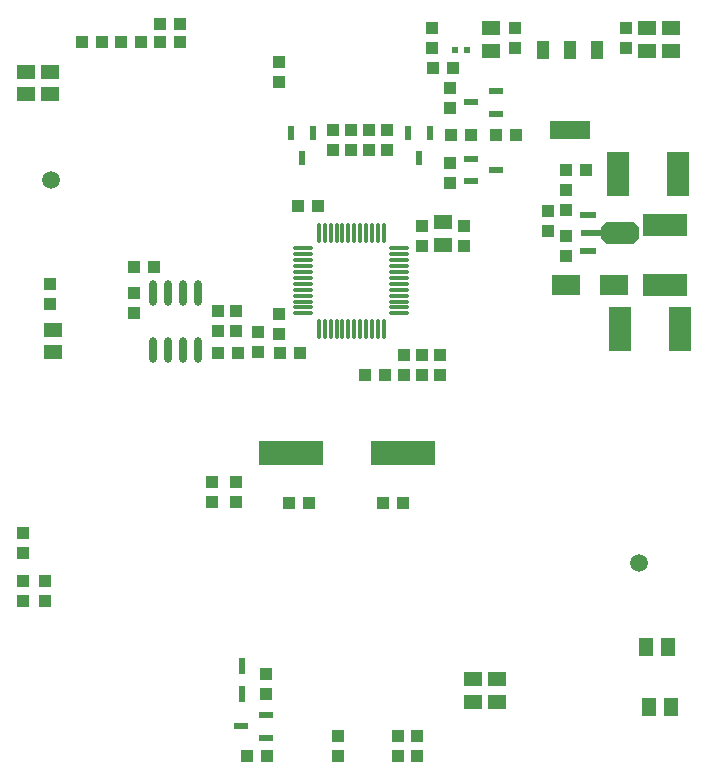
<source format=gtp>
%FSDAX24Y24*%
%MOIN*%
%SFA1B1*%

%IPPOS*%
%AMD27*
4,1,8,-0.063000,0.018700,-0.063000,-0.018700,-0.044300,-0.037400,0.044300,-0.037400,0.063000,-0.018700,0.063000,0.018700,0.044300,0.037400,-0.044300,0.037400,-0.063000,0.018700,0.0*
%
%ADD10C,0.059100*%
%ADD11R,0.039400X0.043300*%
%ADD12R,0.043300X0.039400*%
%ADD13O,0.023600X0.086600*%
%ADD14R,0.023600X0.019700*%
%ADD15R,0.094500X0.070900*%
%ADD16R,0.072800X0.149600*%
%ADD17R,0.216500X0.078700*%
%ADD18R,0.051200X0.059100*%
%ADD19R,0.135800X0.061000*%
%ADD20R,0.043300X0.061000*%
%ADD21R,0.043300X0.061000*%
%ADD22R,0.059100X0.051200*%
%ADD23O,0.011800X0.070900*%
%ADD24O,0.070900X0.011800*%
%ADD25R,0.055100X0.023600*%
%ADD26R,0.070900X0.023600*%
G04~CAMADD=27~4~0.0~0.0~748.0~1260.0~0.0~187.0~0~0.0~0.0~0.0~0.0~0~0.0~0.0~0.0~0.0~0~0.0~0.0~0.0~90.0~1260.0~748.0*
%ADD27D27*%
%ADD28R,0.149600X0.072800*%
%ADD29R,0.051200X0.023600*%
%ADD30R,0.021700X0.057100*%
%ADD31R,0.023600X0.051200*%
%LNde-300617-1*%
%LPD*%
G54D10*
X033950Y019650D03*
X014350Y032400D03*
G54D11*
X013400Y020635D03*
Y019965D03*
X017100Y028635D03*
Y027965D03*
X021950Y036335D03*
Y035665D03*
X027050Y037485D03*
Y036815D03*
X031500Y031415D03*
Y032085D03*
Y030535D03*
Y029865D03*
X013400Y019035D03*
Y018365D03*
X014150Y019035D03*
Y018365D03*
X019700Y022335D03*
Y021665D03*
X020500Y022335D03*
Y021665D03*
X021950Y027935D03*
Y027265D03*
X021250Y026665D03*
Y027335D03*
X026700Y030215D03*
Y030885D03*
X027300Y025915D03*
Y026585D03*
X026700Y025915D03*
Y026585D03*
X026100Y025915D03*
Y026585D03*
X025900Y013885D03*
Y013215D03*
X026550Y013885D03*
Y013215D03*
X023900Y013885D03*
Y013215D03*
X014300Y028265D03*
Y028935D03*
X030900Y031385D03*
Y030715D03*
X028100Y030215D03*
Y030885D03*
X029800Y037485D03*
Y036815D03*
X033500Y037485D03*
Y036815D03*
X020500Y028035D03*
Y027365D03*
X019900Y028035D03*
Y027365D03*
X023750Y034085D03*
Y033415D03*
X025550Y034085D03*
Y033415D03*
X024950Y034085D03*
Y033415D03*
X024350Y034085D03*
Y033415D03*
X027650Y032315D03*
Y032985D03*
Y034815D03*
Y035485D03*
X021500Y015265D03*
Y015935D03*
G54D12*
X017785Y029500D03*
X017115D03*
X031515Y032750D03*
X032185D03*
X023235Y031550D03*
X022565D03*
X024815Y025900D03*
X025485D03*
X019915Y026650D03*
X020585D03*
X026085Y021646D03*
X025415D03*
X022265D03*
X022935D03*
X022635Y026650D03*
X021965D03*
X016035Y037000D03*
X015365D03*
X018635D03*
X017965D03*
X018635Y037600D03*
X017965D03*
X016665Y037000D03*
X017335D03*
X021535Y013200D03*
X020865D03*
X028335Y033900D03*
X027665D03*
X027065Y036150D03*
X027735D03*
X029165Y033900D03*
X029835D03*
G54D13*
X019250Y028645D03*
X018750D03*
X018250D03*
X017750D03*
X019250Y026755D03*
X018750D03*
X018250D03*
X017750D03*
G54D14*
X027803Y036750D03*
X028197D03*
G54D15*
X033107Y028900D03*
X031493D03*
G54D16*
X033246Y032600D03*
X035254D03*
X033296Y027450D03*
X035304D03*
G54D17*
X026070Y023300D03*
X022330D03*
G54D18*
X034924Y016850D03*
X034176D03*
X034276Y014850D03*
X035024D03*
G54D19*
X031650Y034071D03*
G54D20*
X030744Y036729D03*
X031650D03*
G54D21*
X032555Y036729D03*
G54D22*
X035000Y036726D03*
Y037474D03*
X034200Y036726D03*
Y037474D03*
X027400Y030255D03*
Y031003D03*
X014400Y027424D03*
Y026676D03*
X029000Y036726D03*
Y037474D03*
X029200Y015026D03*
Y015774D03*
X028400D03*
Y015026D03*
X013500Y036024D03*
Y035276D03*
X014300D03*
Y036024D03*
G54D23*
X023267Y027456D03*
X023464D03*
X023661D03*
X023858D03*
X024055D03*
X024252D03*
X024448D03*
X024645D03*
X024842D03*
X025039D03*
X025236D03*
X025433D03*
Y030644D03*
X025236D03*
X025039D03*
X024842D03*
X024645D03*
X024448D03*
X024252D03*
X024055D03*
X023858D03*
X023661D03*
X023464D03*
X023267D03*
G54D24*
X025944Y027967D03*
Y028164D03*
Y028361D03*
Y028558D03*
Y028755D03*
Y028952D03*
Y029148D03*
Y029345D03*
Y029542D03*
Y029739D03*
Y029936D03*
Y030133D03*
X022756D03*
Y029936D03*
Y029739D03*
Y029542D03*
Y029345D03*
Y029148D03*
Y028952D03*
Y028755D03*
Y028558D03*
Y028361D03*
Y028164D03*
Y027967D03*
G54D25*
X032252Y031241D03*
Y030059D03*
G54D26*
X032331Y030650D03*
G54D27*
X033315Y030650D03*
G54D28*
X034800Y028896D03*
Y030904D03*
G54D29*
X020687Y014200D03*
X021513Y014574D03*
Y013826D03*
X029163Y032750D03*
X028337Y032376D03*
Y033124D03*
Y035000D03*
X029163Y035374D03*
Y034626D03*
G54D30*
X020700Y015287D03*
Y016213D03*
G54D31*
X026600Y033137D03*
X026226Y033963D03*
X026974D03*
X022700Y033137D03*
X022326Y033963D03*
X023074D03*
M02*
</source>
